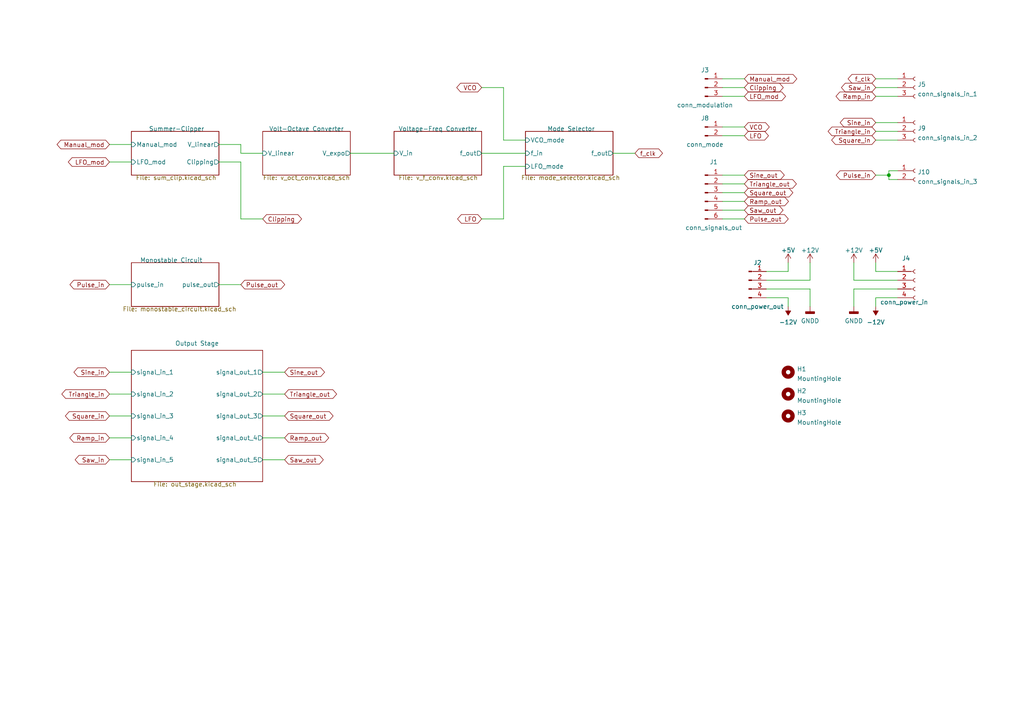
<source format=kicad_sch>
(kicad_sch (version 20211123) (generator eeschema)
  (paper "A4")
  (title_block (title "FGVCO - Core 1") (date "2022-06-30") (company "Filippo Gottardo"))
  (lib_symbols
    (symbol "Connector:Conn_01x02_Female" (pin_names (offset 1.016) hide)
      (property "Reference" "J" (at 0 2.54 0))
      (property "Value" "Conn_01x02_Female" (at 0 -5.08 0))
      (symbol "Conn_01x02_Female_1_1"
        (arc (start 0 -2.032) (mid -0.508 -2.54) (end 0 -3.048) (stroke (width 0.1524)))
        (polyline (pts (xy -1.27 -2.54) (xy -0.508 -2.54)) (stroke (width 0.1524)))
        (polyline (pts (xy -1.27 0) (xy -0.508 0)) (stroke (width 0.1524)))
        (arc (start 0 0.508) (mid -0.508 0) (end 0 -0.508) (stroke (width 0.1524)))
        (pin passive line (at -5.08 0 0) (length 3.81) (name "Pin_1") (number "1"))
        (pin passive line (at -5.08 -2.54 0) (length 3.81) (name "Pin_2") (number "2"))
      )
    )
    (symbol "Connector:Conn_01x02_Male" (pin_names (offset 1.016) hide)
      (property "Reference" "J" (at 0 2.54 0))
      (property "Value" "Conn_01x02_Male" (at 0 -5.08 0))
      (symbol "Conn_01x02_Male_1_1"
        (polyline (pts (xy 1.27 -2.54) (xy 0.8636 -2.54)) (stroke (width 0.1524)))
        (polyline (pts (xy 1.27 0) (xy 0.8636 0)) (stroke (width 0.1524)))
        (rectangle (start 0.8636 -2.413) (end 0 -2.667) (stroke (width 0.1524)) (fill (type outline)))
        (rectangle (start 0.8636 0.127) (end 0 -0.127) (stroke (width 0.1524)) (fill (type outline)))
        (pin passive line (at 5.08 0 180) (length 3.81) (name "Pin_1") (number "1"))
        (pin passive line (at 5.08 -2.54 180) (length 3.81) (name "Pin_2") (number "2"))
      )
    )
    (symbol "Connector:Conn_01x03_Female" (pin_names (offset 1.016) hide)
      (property "Reference" "J" (at 0 5.08 0))
      (property "Value" "Conn_01x03_Female" (at 0 -5.08 0))
      (symbol "Conn_01x03_Female_1_1"
        (arc (start 0 -2.032) (mid -0.508 -2.54) (end 0 -3.048) (stroke (width 0.1524)))
        (polyline (pts (xy -1.27 -2.54) (xy -0.508 -2.54)) (stroke (width 0.1524)))
        (polyline (pts (xy -1.27 0) (xy -0.508 0)) (stroke (width 0.1524)))
        (polyline (pts (xy -1.27 2.54) (xy -0.508 2.54)) (stroke (width 0.1524)))
        (arc (start 0 0.508) (mid -0.508 0) (end 0 -0.508) (stroke (width 0.1524)))
        (arc (start 0 3.048) (mid -0.508 2.54) (end 0 2.032) (stroke (width 0.1524)))
        (pin passive line (at -5.08 2.54 0) (length 3.81) (name "Pin_1") (number "1"))
        (pin passive line (at -5.08 0 0) (length 3.81) (name "Pin_2") (number "2"))
        (pin passive line (at -5.08 -2.54 0) (length 3.81) (name "Pin_3") (number "3"))
      )
    )
    (symbol "Connector:Conn_01x03_Male" (pin_names (offset 1.016) hide)
      (property "Reference" "J" (at 0 5.08 0))
      (property "Value" "Conn_01x03_Male" (at 0 -5.08 0))
      (symbol "Conn_01x03_Male_1_1"
        (polyline (pts (xy 1.27 -2.54) (xy 0.8636 -2.54)) (stroke (width 0.1524)))
        (polyline (pts (xy 1.27 0) (xy 0.8636 0)) (stroke (width 0.1524)))
        (polyline (pts (xy 1.27 2.54) (xy 0.8636 2.54)) (stroke (width 0.1524)))
        (rectangle (start 0.8636 -2.413) (end 0 -2.667) (stroke (width 0.1524)) (fill (type outline)))
        (rectangle (start 0.8636 0.127) (end 0 -0.127) (stroke (width 0.1524)) (fill (type outline)))
        (rectangle (start 0.8636 2.667) (end 0 2.413) (stroke (width 0.1524)) (fill (type outline)))
        (pin passive line (at 5.08 2.54 180) (length 3.81) (name "Pin_1") (number "1"))
        (pin passive line (at 5.08 0 180) (length 3.81) (name "Pin_2") (number "2"))
        (pin passive line (at 5.08 -2.54 180) (length 3.81) (name "Pin_3") (number "3"))
      )
    )
    (symbol "Connector:Conn_01x04_Female" (pin_names (offset 1.016) hide)
      (property "Reference" "J" (at 0 5.08 0))
      (property "Value" "Conn_01x04_Female" (at 0 -7.62 0))
      (symbol "Conn_01x04_Female_1_1"
        (arc (start 0 -4.572) (mid -0.508 -5.08) (end 0 -5.588) (stroke (width 0.1524)))
        (arc (start 0 -2.032) (mid -0.508 -2.54) (end 0 -3.048) (stroke (width 0.1524)))
        (polyline (pts (xy -1.27 -5.08) (xy -0.508 -5.08)) (stroke (width 0.1524)))
        (polyline (pts (xy -1.27 -2.54) (xy -0.508 -2.54)) (stroke (width 0.1524)))
        (polyline (pts (xy -1.27 0) (xy -0.508 0)) (stroke (width 0.1524)))
        (polyline (pts (xy -1.27 2.54) (xy -0.508 2.54)) (stroke (width 0.1524)))
        (arc (start 0 0.508) (mid -0.508 0) (end 0 -0.508) (stroke (width 0.1524)))
        (arc (start 0 3.048) (mid -0.508 2.54) (end 0 2.032) (stroke (width 0.1524)))
        (pin passive line (at -5.08 2.54 0) (length 3.81) (name "Pin_1") (number "1"))
        (pin passive line (at -5.08 0 0) (length 3.81) (name "Pin_2") (number "2"))
        (pin passive line (at -5.08 -2.54 0) (length 3.81) (name "Pin_3") (number "3"))
        (pin passive line (at -5.08 -5.08 0) (length 3.81) (name "Pin_4") (number "4"))
      )
    )
    (symbol "Connector:Conn_01x04_Male" (pin_names (offset 1.016) hide)
      (property "Reference" "J" (at 0 5.08 0))
      (property "Value" "Conn_01x04_Male" (at 0 -7.62 0))
      (symbol "Conn_01x04_Male_1_1"
        (polyline (pts (xy 1.27 -5.08) (xy 0.8636 -5.08)) (stroke (width 0.1524)))
        (polyline (pts (xy 1.27 -2.54) (xy 0.8636 -2.54)) (stroke (width 0.1524)))
        (polyline (pts (xy 1.27 0) (xy 0.8636 0)) (stroke (width 0.1524)))
        (polyline (pts (xy 1.27 2.54) (xy 0.8636 2.54)) (stroke (width 0.1524)))
        (rectangle (start 0.8636 -4.953) (end 0 -5.207) (stroke (width 0.1524)) (fill (type outline)))
        (rectangle (start 0.8636 -2.413) (end 0 -2.667) (stroke (width 0.1524)) (fill (type outline)))
        (rectangle (start 0.8636 0.127) (end 0 -0.127) (stroke (width 0.1524)) (fill (type outline)))
        (rectangle (start 0.8636 2.667) (end 0 2.413) (stroke (width 0.1524)) (fill (type outline)))
        (pin passive line (at 5.08 2.54 180) (length 3.81) (name "Pin_1") (number "1"))
        (pin passive line (at 5.08 0 180) (length 3.81) (name "Pin_2") (number "2"))
        (pin passive line (at 5.08 -2.54 180) (length 3.81) (name "Pin_3") (number "3"))
        (pin passive line (at 5.08 -5.08 180) (length 3.81) (name "Pin_4") (number "4"))
      )
    )
    (symbol "Connector:Conn_01x06_Male" (pin_names (offset 1.016) hide)
      (property "Reference" "J" (at 0 7.62 0))
      (property "Value" "Conn_01x06_Male" (at 0 -10.16 0))
      (symbol "Conn_01x06_Male_1_1"
        (polyline (pts (xy 1.27 -7.62) (xy 0.8636 -7.62)) (stroke (width 0.1524)))
        (polyline (pts (xy 1.27 -5.08) (xy 0.8636 -5.08)) (stroke (width 0.1524)))
        (polyline (pts (xy 1.27 -2.54) (xy 0.8636 -2.54)) (stroke (width 0.1524)))
        (polyline (pts (xy 1.27 0) (xy 0.8636 0)) (stroke (width 0.1524)))
        (polyline (pts (xy 1.27 2.54) (xy 0.8636 2.54)) (stroke (width 0.1524)))
        (polyline (pts (xy 1.27 5.08) (xy 0.8636 5.08)) (stroke (width 0.1524)))
        (rectangle (start 0.8636 -7.493) (end 0 -7.747) (stroke (width 0.1524)) (fill (type outline)))
        (rectangle (start 0.8636 -4.953) (end 0 -5.207) (stroke (width 0.1524)) (fill (type outline)))
        (rectangle (start 0.8636 -2.413) (end 0 -2.667) (stroke (width 0.1524)) (fill (type outline)))
        (rectangle (start 0.8636 0.127) (end 0 -0.127) (stroke (width 0.1524)) (fill (type outline)))
        (rectangle (start 0.8636 2.667) (end 0 2.413) (stroke (width 0.1524)) (fill (type outline)))
        (rectangle (start 0.8636 5.207) (end 0 4.953) (stroke (width 0.1524)) (fill (type outline)))
        (pin passive line (at 5.08 5.08 180) (length 3.81) (name "Pin_1") (number "1"))
        (pin passive line (at 5.08 2.54 180) (length 3.81) (name "Pin_2") (number "2"))
        (pin passive line (at 5.08 0 180) (length 3.81) (name "Pin_3") (number "3"))
        (pin passive line (at 5.08 -2.54 180) (length 3.81) (name "Pin_4") (number "4"))
        (pin passive line (at 5.08 -5.08 180) (length 3.81) (name "Pin_5") (number "5"))
        (pin passive line (at 5.08 -7.62 180) (length 3.81) (name "Pin_6") (number "6"))
      )
    )
    (symbol "Mechanical:MountingHole" (pin_names (offset 1.016))
      (property "Reference" "H" (at 0 5.08 0))
      (property "Value" "MountingHole" (at 0 3.175 0))
      (symbol "MountingHole_0_1"
        (circle (center 0 0) (radius 1.27) (stroke (width 1.27)))
      )
    )
    (symbol "power:+12V" (power) (pin_names (offset 0))
      (property "Value" "+12V" (at 0 3.556 0))
      (symbol "+12V_0_1"
        (polyline (pts (xy -0.762 1.27) (xy 0 2.54)))
        (polyline (pts (xy 0 0) (xy 0 2.54)))
        (polyline (pts (xy 0 2.54) (xy 0.762 1.27)))
      )
      (symbol "+12V_1_1"
        (pin power_in line (at 0 0 90) (length 0) hide (name "+12V") (number "1"))
      )
    )
    (symbol "power:+5V" (power) (pin_names (offset 0))
      (property "Value" "+5V" (at 0 3.556 0))
      (symbol "+5V_0_1"
        (polyline (pts (xy -0.762 1.27) (xy 0 2.54)))
        (polyline (pts (xy 0 0) (xy 0 2.54)))
        (polyline (pts (xy 0 2.54) (xy 0.762 1.27)))
      )
      (symbol "+5V_1_1"
        (pin power_in line (at 0 0 90) (length 0) hide (name "+5V") (number "1"))
      )
    )
    (symbol "power:-12V" (power) (pin_names (offset 0))
      (property "Value" "-12V" (at 0 3.81 0))
      (symbol "-12V_0_0"
        (pin power_in line (at 0 0 90) (length 0) hide (name "-12V") (number "1"))
      )
      (symbol "-12V_0_1"
        (polyline (pts (xy 0 0) (xy 0 1.27) (xy 0.762 1.27) (xy 0 2.54) (xy -0.762 1.27) (xy 0 1.27)) (fill (type outline)))
      )
    )
    (symbol "power:GNDD" (power) (pin_names (offset 0))
      (property "Value" "GNDD" (at 0 -3.175 0))
      (symbol "GNDD_0_1"
        (rectangle (start -1.27 -1.524) (end 1.27 -2.032) (stroke (width 0.254)) (fill (type outline)))
        (polyline (pts (xy 0 0) (xy 0 -1.524)))
      )
      (symbol "GNDD_1_1"
        (pin power_in line (at 0 0 270) (length 0) hide (name "GNDD") (number "1"))
      )
    )
  )
  (junction (at 257.81 50.8))
  (wire (pts (xy 260.35 52.07) (xy 257.81 52.07)))
  (wire (pts (xy 254 35.56) (xy 260.35 35.56)))
  (wire (pts (xy 101.6 44.45) (xy 114.3 44.45)))
  (wire (pts (xy 63.5 41.91) (xy 69.85 41.91)))
  (wire (pts (xy 222.25 78.74) (xy 228.6 78.74)))
  (wire (pts (xy 69.85 44.45) (xy 76.2 44.45)))
  (wire (pts (xy 31.75 41.91) (xy 38.1 41.91)))
  (wire (pts (xy 152.4 48.26) (xy 146.05 48.26)))
  (wire (pts (xy 31.75 133.35) (xy 38.1 133.35)))
  (wire (pts (xy 31.75 120.65) (xy 38.1 120.65)))
  (wire (pts (xy 254 40.64) (xy 260.35 40.64)))
  (wire (pts (xy 257.81 50.8) (xy 257.81 49.53)))
  (wire (pts (xy 139.7 44.45) (xy 152.4 44.45)))
  (wire (pts (xy 31.75 107.95) (xy 38.1 107.95)))
  (wire (pts (xy 222.25 83.82) (xy 234.95 83.82)))
  (wire (pts (xy 257.81 49.53) (xy 260.35 49.53)))
  (wire (pts (xy 139.7 63.5) (xy 146.05 63.5)))
  (wire (pts (xy 209.55 27.94) (xy 215.9 27.94)))
  (wire (pts (xy 69.85 46.99) (xy 69.85 63.5)))
  (wire (pts (xy 254 76.2) (xy 254 78.74)))
  (wire (pts (xy 76.2 120.65) (xy 82.55 120.65)))
  (wire (pts (xy 222.25 86.36) (xy 228.6 86.36)))
  (wire (pts (xy 254 50.8) (xy 257.81 50.8)))
  (wire (pts (xy 228.6 76.2) (xy 228.6 78.74)))
  (wire (pts (xy 209.55 36.83) (xy 215.9 36.83)))
  (wire (pts (xy 38.1 82.55) (xy 31.75 82.55)))
  (wire (pts (xy 69.85 41.91) (xy 69.85 44.45)))
  (wire (pts (xy 257.81 52.07) (xy 257.81 50.8)))
  (wire (pts (xy 76.2 127) (xy 82.55 127)))
  (wire (pts (xy 260.35 83.82) (xy 247.65 83.82)))
  (wire (pts (xy 254 25.4) (xy 260.35 25.4)))
  (wire (pts (xy 254 27.94) (xy 260.35 27.94)))
  (wire (pts (xy 76.2 107.95) (xy 82.55 107.95)))
  (wire (pts (xy 209.55 60.96) (xy 215.9 60.96)))
  (wire (pts (xy 69.85 63.5) (xy 76.2 63.5)))
  (wire (pts (xy 69.85 82.55) (xy 63.5 82.55)))
  (wire (pts (xy 209.55 50.8) (xy 215.9 50.8)))
  (wire (pts (xy 209.55 25.4) (xy 215.9 25.4)))
  (wire (pts (xy 222.25 81.28) (xy 234.95 81.28)))
  (wire (pts (xy 260.35 78.74) (xy 254 78.74)))
  (wire (pts (xy 63.5 46.99) (xy 69.85 46.99)))
  (wire (pts (xy 76.2 133.35) (xy 82.55 133.35)))
  (wire (pts (xy 31.75 127) (xy 38.1 127)))
  (wire (pts (xy 209.55 58.42) (xy 215.9 58.42)))
  (wire (pts (xy 209.55 53.34) (xy 215.9 53.34)))
  (wire (pts (xy 209.55 63.5) (xy 215.9 63.5)))
  (wire (pts (xy 260.35 86.36) (xy 254 86.36)))
  (wire (pts (xy 260.35 81.28) (xy 247.65 81.28)))
  (wire (pts (xy 234.95 76.2) (xy 234.95 81.28)))
  (wire (pts (xy 247.65 83.82) (xy 247.65 88.9)))
  (wire (pts (xy 31.75 46.99) (xy 38.1 46.99)))
  (wire (pts (xy 247.65 76.2) (xy 247.65 81.28)))
  (wire (pts (xy 254 22.86) (xy 260.35 22.86)))
  (wire (pts (xy 31.75 114.3) (xy 38.1 114.3)))
  (wire (pts (xy 209.55 22.86) (xy 215.9 22.86)))
  (wire (pts (xy 228.6 86.36) (xy 228.6 88.9)))
  (wire (pts (xy 152.4 40.64) (xy 146.05 40.64)))
  (wire (pts (xy 209.55 55.88) (xy 215.9 55.88)))
  (wire (pts (xy 146.05 40.64) (xy 146.05 25.4)))
  (wire (pts (xy 177.8 44.45) (xy 184.15 44.45)))
  (wire (pts (xy 146.05 48.26) (xy 146.05 63.5)))
  (wire (pts (xy 209.55 39.37) (xy 215.9 39.37)))
  (wire (pts (xy 76.2 114.3) (xy 82.55 114.3)))
  (wire (pts (xy 139.7 25.4) (xy 146.05 25.4)))
  (wire (pts (xy 254 38.1) (xy 260.35 38.1)))
  (wire (pts (xy 234.95 83.82) (xy 234.95 88.9)))
  (wire (pts (xy 254 86.36) (xy 254 88.9)))
  (global_label "Sine_out" (shape bidirectional) (at 215.9 50.8 0) (property "Intersheet References" "${INTERSHEET_REFS}" (effects hide)))
  (global_label "f_clk" (shape bidirectional) (at 184.15 44.45 0) (property "Intersheet References" "${INTERSHEET_REFS}" (effects hide)))
  (global_label "LFO" (shape bidirectional) (at 139.7 63.5 180) (property "Intersheet References" "${INTERSHEET_REFS}" (effects hide)))
  (global_label "Pulse_out" (shape bidirectional) (at 69.85 82.55 0) (property "Intersheet References" "${INTERSHEET_REFS}" (effects hide)))
  (global_label "LFO" (shape bidirectional) (at 215.9 39.37 0) (property "Intersheet References" "${INTERSHEET_REFS}" (effects hide)))
  (global_label "Saw_in" (shape bidirectional) (at 254 25.4 180) (property "Intersheet References" "${INTERSHEET_REFS}" (effects hide)))
  (global_label "LFO_mod" (shape bidirectional) (at 215.9 27.94 0) (property "Intersheet References" "${INTERSHEET_REFS}" (effects hide)))
  (global_label "f_clk" (shape bidirectional) (at 254 22.86 180) (property "Intersheet References" "${INTERSHEET_REFS}" (effects hide)))
  (global_label "Pulse_in" (shape bidirectional) (at 31.75 82.55 180) (property "Intersheet References" "${INTERSHEET_REFS}" (effects hide)))
  (global_label "Ramp_out" (shape bidirectional) (at 215.9 58.42 0) (property "Intersheet References" "${INTERSHEET_REFS}" (effects hide)))
  (global_label "VCO" (shape bidirectional) (at 139.7 25.4 180) (property "Intersheet References" "${INTERSHEET_REFS}" (effects hide)))
  (global_label "Sine_in" (shape bidirectional) (at 31.75 107.95 180) (property "Intersheet References" "${INTERSHEET_REFS}" (effects hide)))
  (global_label "Ramp_out" (shape bidirectional) (at 82.55 127 0) (property "Intersheet References" "${INTERSHEET_REFS}" (effects hide)))
  (global_label "Square_in" (shape bidirectional) (at 254 40.64 180) (property "Intersheet References" "${INTERSHEET_REFS}" (effects hide)))
  (global_label "LFO_mod" (shape bidirectional) (at 31.75 46.99 180) (property "Intersheet References" "${INTERSHEET_REFS}" (effects hide)))
  (global_label "Triangle_out" (shape bidirectional) (at 82.55 114.3 0) (property "Intersheet References" "${INTERSHEET_REFS}" (effects hide)))
  (global_label "Ramp_in" (shape bidirectional) (at 254 27.94 180) (property "Intersheet References" "${INTERSHEET_REFS}" (effects hide)))
  (global_label "Clipping" (shape bidirectional) (at 215.9 25.4 0) (property "Intersheet References" "${INTERSHEET_REFS}" (effects hide)))
  (global_label "Square_out" (shape bidirectional) (at 215.9 55.88 0) (property "Intersheet References" "${INTERSHEET_REFS}" (effects hide)))
  (global_label "Triangle_in" (shape bidirectional) (at 254 38.1 180) (property "Intersheet References" "${INTERSHEET_REFS}" (effects hide)))
  (global_label "Clipping" (shape bidirectional) (at 76.2 63.5 0) (property "Intersheet References" "${INTERSHEET_REFS}" (effects hide)))
  (global_label "Saw_in" (shape bidirectional) (at 31.75 133.35 180) (property "Intersheet References" "${INTERSHEET_REFS}" (effects hide)))
  (global_label "Square_in" (shape bidirectional) (at 31.75 120.65 180) (property "Intersheet References" "${INTERSHEET_REFS}" (effects hide)))
  (global_label "Pulse_out" (shape bidirectional) (at 215.9 63.5 0) (property "Intersheet References" "${INTERSHEET_REFS}" (effects hide)))
  (global_label "Sine_out" (shape bidirectional) (at 82.55 107.95 0) (property "Intersheet References" "${INTERSHEET_REFS}" (effects hide)))
  (global_label "Triangle_in" (shape bidirectional) (at 31.75 114.3 180) (property "Intersheet References" "${INTERSHEET_REFS}" (effects hide)))
  (global_label "Pulse_in" (shape bidirectional) (at 254 50.8 180) (property "Intersheet References" "${INTERSHEET_REFS}" (effects hide)))
  (global_label "Triangle_out" (shape bidirectional) (at 215.9 53.34 0) (property "Intersheet References" "${INTERSHEET_REFS}" (effects hide)))
  (global_label "Saw_out" (shape bidirectional) (at 215.9 60.96 0) (property "Intersheet References" "${INTERSHEET_REFS}" (effects hide)))
  (global_label "Square_out" (shape bidirectional) (at 82.55 120.65 0) (property "Intersheet References" "${INTERSHEET_REFS}" (effects hide)))
  (global_label "Sine_in" (shape bidirectional) (at 254 35.56 180) (property "Intersheet References" "${INTERSHEET_REFS}" (effects hide)))
  (global_label "Ramp_in" (shape bidirectional) (at 31.75 127 180) (property "Intersheet References" "${INTERSHEET_REFS}" (effects hide)))
  (global_label "Saw_out" (shape bidirectional) (at 82.55 133.35 0) (property "Intersheet References" "${INTERSHEET_REFS}" (effects hide)))
  (global_label "Manual_mod" (shape bidirectional) (at 31.75 41.91 180) (property "Intersheet References" "${INTERSHEET_REFS}" (effects hide)))
  (global_label "Manual_mod" (shape bidirectional) (at 215.9 22.86 0) (property "Intersheet References" "${INTERSHEET_REFS}" (effects hide)))
  (global_label "VCO" (shape bidirectional) (at 215.9 36.83 0) (property "Intersheet References" "${INTERSHEET_REFS}" (effects hide)))
  (symbol (lib_id "Connector:Conn_01x06_Male") (at 204.47 55.88 0) (unit 1)
    (property "Reference" "J1" (at 207.01 46.99 0))
    (property "Value" "conn_signals_out" (at 207.01 66.04 0))
    (property "Footprint" "Connector_PinHeader_2.54mm:PinHeader_1x06_P2.54mm_Vertical" (effects hide))
  )
  (symbol (lib_id "power:+5V") (at 254 76.2 0) (unit 1)
    (property "Reference" "#PWR0103" (effects hide))
    (property "Value" "+5V" (at 254 72.5955 0))
  )
  (symbol (lib_id "Connector:Conn_01x03_Female") (at 265.43 38.1 0) (unit 1)
    (property "Reference" "J9" (at 266.1412 37.1915 0) (effects (justify left)))
    (property "Value" "conn_signals_in_2" (at 266.1412 39.9666 0) (effects (justify left)))
    (property "Footprint" "Connector_PinSocket_2.54mm:PinSocket_1x03_P2.54mm_Vertical" (effects hide))
  )
  (symbol (lib_id "power:-12V") (at 228.6 88.9 180) (unit 1)
    (property "Reference" "#PWR0101" (effects hide))
    (property "Value" "-12V" (at 228.6 93.4625 0))
  )
  (symbol (lib_id "power:+5V") (at 228.6 76.2 0) (unit 1)
    (property "Reference" "#PWR0107" (effects hide))
    (property "Value" "+5V" (at 228.6 72.5955 0))
  )
  (symbol (lib_id "power:GNDD") (at 234.95 88.9 0) (unit 1)
    (property "Reference" "#PWR0102" (effects hide))
    (property "Value" "GNDD" (at 234.95 93.0815 0))
  )
  (symbol (lib_id "Mechanical:MountingHole") (at 228.6 107.95 0) (unit 1)
    (property "Reference" "H1" (at 231.14 107.0415 0) (effects (justify left)))
    (property "Value" "MountingHole" (at 231.14 109.8166 0) (effects (justify left)))
    (property "Footprint" "MountingHole:MountingHole_3.2mm_M3" (effects hide))
  )
  (symbol (lib_id "Connector:Conn_01x02_Female") (at 265.43 49.53 0) (unit 1)
    (property "Reference" "J10" (at 266.1412 49.8915 0) (effects (justify left)))
    (property "Value" "conn_signals_in_3" (at 266.1412 52.6666 0) (effects (justify left)))
    (property "Footprint" "Connector_PinSocket_2.54mm:PinSocket_1x02_P2.54mm_Vertical" (effects hide))
  )
  (symbol (lib_id "Connector:Conn_01x04_Female") (at 265.43 81.28 0) (unit 1)
    (property "Reference" "J4" (at 261.62 74.93 0) (effects (justify left)))
    (property "Value" "conn_power_in" (at 255.27 87.63 0) (effects (justify left)))
    (property "Footprint" "Connector_PinSocket_2.54mm:PinSocket_1x04_P2.54mm_Vertical" (effects hide))
  )
  (symbol (lib_id "Mechanical:MountingHole") (at 228.6 114.3 0) (unit 1)
    (property "Reference" "H2" (at 231.14 113.3915 0) (effects (justify left)))
    (property "Value" "MountingHole" (at 231.14 116.1666 0) (effects (justify left)))
    (property "Footprint" "MountingHole:MountingHole_3.2mm_M3" (effects hide))
  )
  (symbol (lib_id "power:GNDD") (at 247.65 88.9 0) (unit 1)
    (property "Reference" "#PWR0105" (effects hide))
    (property "Value" "GNDD" (at 247.65 93.0815 0))
  )
  (symbol (lib_id "Connector:Conn_01x02_Male") (at 204.47 36.83 0) (unit 1)
    (property "Reference" "J8" (at 204.47 34.29 0))
    (property "Value" "conn_mode" (at 204.47 41.91 0))
    (property "Footprint" "Connector_PinHeader_2.54mm:PinHeader_1x02_P2.54mm_Vertical" (effects hide))
  )
  (symbol (lib_id "Connector:Conn_01x03_Female") (at 265.43 25.4 0) (unit 1)
    (property "Reference" "J5" (at 266.1412 24.4915 0) (effects (justify left)))
    (property "Value" "conn_signals_in_1" (at 266.1412 27.2666 0) (effects (justify left)))
    (property "Footprint" "Connector_PinSocket_2.54mm:PinSocket_1x03_P2.54mm_Vertical" (effects hide))
  )
  (symbol (lib_id "Connector:Conn_01x04_Male") (at 217.17 81.28 0) (unit 1)
    (property "Reference" "J2" (at 219.71 76.2 0))
    (property "Value" "conn_power_out" (at 219.71 88.9 0))
    (property "Footprint" "Connector_PinHeader_2.54mm:PinHeader_1x04_P2.54mm_Vertical" (effects hide))
  )
  (symbol (lib_id "power:-12V") (at 254 88.9 180) (unit 1)
    (property "Reference" "#PWR0106" (effects hide))
    (property "Value" "-12V" (at 254 93.4625 0))
  )
  (symbol (lib_id "Connector:Conn_01x03_Male") (at 204.47 25.4 0) (unit 1)
    (property "Reference" "J3" (at 204.47 20.32 0))
    (property "Value" "conn_modulation" (at 204.47 30.48 0))
    (property "Footprint" "Connector_PinHeader_2.54mm:PinHeader_1x03_P2.54mm_Vertical" (effects hide))
  )
  (symbol (lib_id "Mechanical:MountingHole") (at 228.6 120.65 0) (unit 1)
    (property "Reference" "H3" (at 231.14 119.7415 0) (effects (justify left)))
    (property "Value" "MountingHole" (at 231.14 122.5166 0) (effects (justify left)))
    (property "Footprint" "MountingHole:MountingHole_3.2mm_M3" (effects hide))
  )
  (symbol (lib_id "power:+12V") (at 234.95 76.2 0) (unit 1)
    (property "Reference" "#PWR0108" (effects hide))
    (property "Value" "+12V" (at 234.95 72.5955 0))
  )
  (symbol (lib_id "power:+12V") (at 247.65 76.2 0) (unit 1)
    (property "Reference" "#PWR0104" (effects hide))
    (property "Value" "+12V" (at 247.65 72.5955 0))
  )
  (sheet (at 38.1 76.2) (size 25.4 12.7) (stroke (width 0.1524))
    (property "Sheet name" "Monostable Circuit" (at 40.64 76.2 0) (effects (justify left bottom)))
    (property "Sheet file" "monostable_circuit.kicad_sch" (at 35.56 88.9 0) (effects (justify left top)))
    (pin "pulse_out" output (at 63.5 82.55 0))
    (pin "pulse_in" input (at 38.1 82.55 180))
  )
  (sheet (at 114.3 38.1) (size 25.4 12.7) (stroke (width 0.1524))
    (property "Sheet name" "Voltage-Freq Converter" (at 115.57 38.1 0) (effects (justify left bottom)))
    (property "Sheet file" "v_f_conv.kicad_sch" (at 115.57 50.8 0) (effects (justify left top)))
    (pin "f_out" output (at 139.7 44.45 0))
    (pin "V_in" input (at 114.3 44.45 180))
  )
  (sheet (at 38.1 38.1) (size 25.4 12.7) (stroke (width 0.1524))
    (property "Sheet name" "Summer-Clipper" (at 43.18 38.1 0) (effects (justify left bottom)))
    (property "Sheet file" "sum_clip.kicad_sch" (at 39.37 50.8 0) (effects (justify left top)))
    (pin "V_linear" output (at 63.5 41.91 0))
    (pin "Manual_mod" input (at 38.1 41.91 180))
    (pin "LFO_mod" input (at 38.1 46.99 180))
    (pin "Clipping" output (at 63.5 46.99 0))
  )
  (sheet (at 38.1 101.6) (size 38.1 38.1) (stroke (width 0.1524))
    (property "Sheet name" "Output Stage" (at 50.8 100.33 0) (effects (justify left bottom)))
    (property "Sheet file" "out_stage.kicad_sch" (at 44.45 139.7 0) (effects (justify left top)))
    (pin "signal_in_3" input (at 38.1 120.65 180))
    (pin "signal_out_3" output (at 76.2 120.65 0))
    (pin "signal_out_5" output (at 76.2 133.35 0))
    (pin "signal_out_4" output (at 76.2 127 0))
    (pin "signal_in_2" input (at 38.1 114.3 180))
    (pin "signal_in_1" input (at 38.1 107.95 180))
    (pin "signal_out_1" output (at 76.2 107.95 0))
    (pin "signal_out_2" output (at 76.2 114.3 0))
    (pin "signal_in_4" input (at 38.1 127 180))
    (pin "signal_in_5" input (at 38.1 133.35 180))
  )
  (sheet (at 152.4 38.1) (size 25.4 12.7) (stroke (width 0.1524))
    (property "Sheet name" "Mode Selector" (at 158.75 38.1 0) (effects (justify left bottom)))
    (property "Sheet file" "mode_selector.kicad_sch" (at 151.13 50.8 0) (effects (justify left top)))
    (pin "LFO_mode" input (at 152.4 48.26 180))
    (pin "VCO_mode" input (at 152.4 40.64 180))
    (pin "f_out" output (at 177.8 44.45 0))
    (pin "f_in" input (at 152.4 44.45 180))
  )
  (sheet (at 76.2 38.1) (size 25.4 12.7) (stroke (width 0.1524))
    (property "Sheet name" "Volt-Octave Converter" (at 88.9 38.1 0) (effects (justify bottom)))
    (property "Sheet file" "v_oct_conv.kicad_sch" (at 88.9 50.8 0) (effects (justify top)))
    (pin "V_expo" output (at 101.6 44.45 0))
    (pin "V_linear" input (at 76.2 44.45 180))
  )
)
</source>
